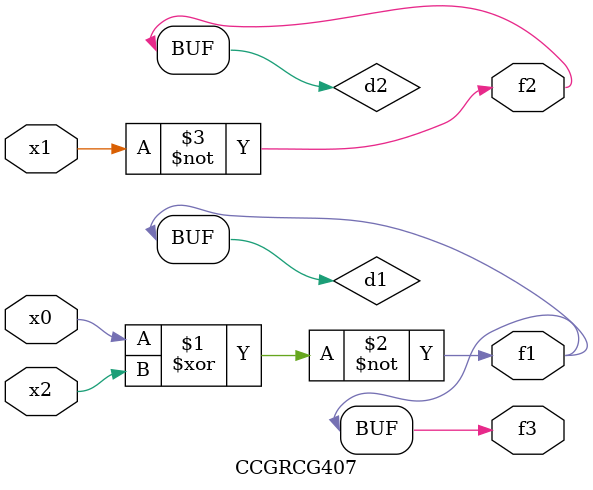
<source format=v>
module CCGRCG407(
	input x0, x1, x2,
	output f1, f2, f3
);

	wire d1, d2, d3;

	xnor (d1, x0, x2);
	nand (d2, x1);
	nor (d3, x1, x2);
	assign f1 = d1;
	assign f2 = d2;
	assign f3 = d1;
endmodule

</source>
